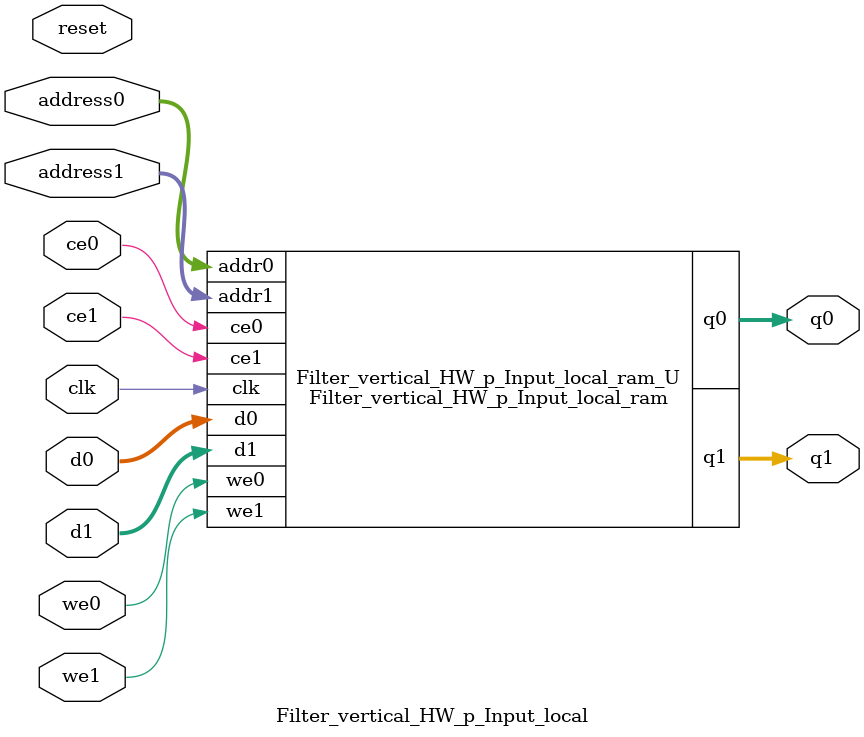
<source format=v>
`timescale 1 ns / 1 ps
module Filter_vertical_HW_p_Input_local_ram (addr0, ce0, d0, we0, q0, addr1, ce1, d1, we1, q1,  clk);

parameter DWIDTH = 8;
parameter AWIDTH = 3;
parameter MEM_SIZE = 7;

input[AWIDTH-1:0] addr0;
input ce0;
input[DWIDTH-1:0] d0;
input we0;
output reg[DWIDTH-1:0] q0;
input[AWIDTH-1:0] addr1;
input ce1;
input[DWIDTH-1:0] d1;
input we1;
output reg[DWIDTH-1:0] q1;
input clk;

reg [DWIDTH-1:0] ram[0:MEM_SIZE-1];




always @(posedge clk)  
begin 
    if (ce0) begin
        if (we0) 
            ram[addr0] <= d0; 
        q0 <= ram[addr0];
    end
end


always @(posedge clk)  
begin 
    if (ce1) begin
        if (we1) 
            ram[addr1] <= d1; 
        q1 <= ram[addr1];
    end
end


endmodule

`timescale 1 ns / 1 ps
module Filter_vertical_HW_p_Input_local(
    reset,
    clk,
    address0,
    ce0,
    we0,
    d0,
    q0,
    address1,
    ce1,
    we1,
    d1,
    q1);

parameter DataWidth = 32'd8;
parameter AddressRange = 32'd7;
parameter AddressWidth = 32'd3;
input reset;
input clk;
input[AddressWidth - 1:0] address0;
input ce0;
input we0;
input[DataWidth - 1:0] d0;
output[DataWidth - 1:0] q0;
input[AddressWidth - 1:0] address1;
input ce1;
input we1;
input[DataWidth - 1:0] d1;
output[DataWidth - 1:0] q1;



Filter_vertical_HW_p_Input_local_ram Filter_vertical_HW_p_Input_local_ram_U(
    .clk( clk ),
    .addr0( address0 ),
    .ce0( ce0 ),
    .we0( we0 ),
    .d0( d0 ),
    .q0( q0 ),
    .addr1( address1 ),
    .ce1( ce1 ),
    .we1( we1 ),
    .d1( d1 ),
    .q1( q1 ));

endmodule


</source>
